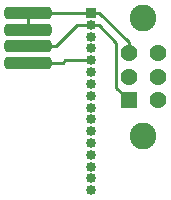
<source format=gbr>
%TF.GenerationSoftware,KiCad,Pcbnew,7.0.5-0*%
%TF.CreationDate,2023-06-18T22:27:14-04:00*%
%TF.ProjectId,esp_connectors,6573705f-636f-46e6-9e65-63746f72732e,rev?*%
%TF.SameCoordinates,Original*%
%TF.FileFunction,Copper,L1,Top*%
%TF.FilePolarity,Positive*%
%FSLAX46Y46*%
G04 Gerber Fmt 4.6, Leading zero omitted, Abs format (unit mm)*
G04 Created by KiCad (PCBNEW 7.0.5-0) date 2023-06-18 22:27:14*
%MOMM*%
%LPD*%
G01*
G04 APERTURE LIST*
G04 Aperture macros list*
%AMRoundRect*
0 Rectangle with rounded corners*
0 $1 Rounding radius*
0 $2 $3 $4 $5 $6 $7 $8 $9 X,Y pos of 4 corners*
0 Add a 4 corners polygon primitive as box body*
4,1,4,$2,$3,$4,$5,$6,$7,$8,$9,$2,$3,0*
0 Add four circle primitives for the rounded corners*
1,1,$1+$1,$2,$3*
1,1,$1+$1,$4,$5*
1,1,$1+$1,$6,$7*
1,1,$1+$1,$8,$9*
0 Add four rect primitives between the rounded corners*
20,1,$1+$1,$2,$3,$4,$5,0*
20,1,$1+$1,$4,$5,$6,$7,0*
20,1,$1+$1,$6,$7,$8,$9,0*
20,1,$1+$1,$8,$9,$2,$3,0*%
G04 Aperture macros list end*
%TA.AperFunction,ComponentPad*%
%ADD10R,0.850000X0.850000*%
%TD*%
%TA.AperFunction,ComponentPad*%
%ADD11O,0.850000X0.850000*%
%TD*%
%TA.AperFunction,SMDPad,CuDef*%
%ADD12RoundRect,0.250000X-1.750000X0.250000X-1.750000X-0.250000X1.750000X-0.250000X1.750000X0.250000X0*%
%TD*%
%TA.AperFunction,ComponentPad*%
%ADD13R,1.438000X1.438000*%
%TD*%
%TA.AperFunction,ComponentPad*%
%ADD14C,1.438000*%
%TD*%
%TA.AperFunction,ComponentPad*%
%ADD15C,2.265000*%
%TD*%
%TA.AperFunction,Conductor*%
%ADD16C,0.250000*%
%TD*%
G04 APERTURE END LIST*
D10*
%TO.P,J1,1,Pin_1*%
%TO.N,/vcc*%
X160000000Y-81200000D03*
D11*
%TO.P,J1,2,Pin_2*%
%TO.N,/gnd*%
X160000000Y-82200000D03*
%TO.P,J1,3,Pin_3*%
%TO.N,/D15*%
X160000000Y-83200000D03*
%TO.P,J1,4,Pin_4*%
%TO.N,unconnected-(J1-Pin_4-Pad4)*%
X160000000Y-84200000D03*
%TO.P,J1,5,Pin_5*%
%TO.N,/D4*%
X160000000Y-85200000D03*
%TO.P,J1,6,Pin_6*%
%TO.N,unconnected-(J1-Pin_6-Pad6)*%
X160000000Y-86200000D03*
%TO.P,J1,7,Pin_7*%
%TO.N,unconnected-(J1-Pin_7-Pad7)*%
X160000000Y-87200000D03*
%TO.P,J1,8,Pin_8*%
%TO.N,unconnected-(J1-Pin_8-Pad8)*%
X160000000Y-88200000D03*
%TO.P,J1,9,Pin_9*%
%TO.N,unconnected-(J1-Pin_9-Pad9)*%
X160000000Y-89200000D03*
%TO.P,J1,10,Pin_10*%
%TO.N,unconnected-(J1-Pin_10-Pad10)*%
X160000000Y-90200000D03*
%TO.P,J1,11,Pin_11*%
%TO.N,unconnected-(J1-Pin_11-Pad11)*%
X160000000Y-91200000D03*
%TO.P,J1,12,Pin_12*%
%TO.N,unconnected-(J1-Pin_12-Pad12)*%
X160000000Y-92200000D03*
%TO.P,J1,13,Pin_13*%
%TO.N,unconnected-(J1-Pin_13-Pad13)*%
X160000000Y-93200000D03*
%TO.P,J1,14,Pin_14*%
%TO.N,unconnected-(J1-Pin_14-Pad14)*%
X160000000Y-94200000D03*
%TO.P,J1,15,Pin_15*%
%TO.N,unconnected-(J1-Pin_15-Pad15)*%
X160000000Y-95200000D03*
%TO.P,J1,16,Pin_16*%
%TO.N,unconnected-(J1-Pin_16-Pad16)*%
X160000000Y-96200000D03*
%TD*%
D12*
%TO.P,Vc,1,A*%
%TO.N,/vcc*%
X154600000Y-82600000D03*
%TD*%
%TO.P,Gn,1,A*%
%TO.N,/gnd*%
X154600000Y-84000000D03*
%TD*%
%TO.P,D4,1,A*%
%TO.N,/D4*%
X154600000Y-85400000D03*
%TD*%
%TO.P,Vc,1,A*%
%TO.N,/vcc*%
X154600000Y-81200000D03*
%TD*%
D13*
%TO.P,S1,1*%
%TO.N,/gnd*%
X163150000Y-88600000D03*
D14*
%TO.P,S1,2*%
%TO.N,/D4*%
X163150000Y-86600000D03*
%TO.P,S1,3*%
%TO.N,/vcc*%
X163150000Y-84600000D03*
%TO.P,S1,4*%
%TO.N,unconnected-(S1-Pad4)*%
X165650000Y-88600000D03*
%TO.P,S1,5*%
%TO.N,unconnected-(S1-Pad5)*%
X165650000Y-86600000D03*
%TO.P,S1,6*%
%TO.N,unconnected-(S1-Pad6)*%
X165650000Y-84600000D03*
D15*
%TO.P,S1,S1*%
%TO.N,N/C*%
X164400000Y-91600000D03*
%TO.P,S1,S2*%
X164400000Y-81600000D03*
%TD*%
D16*
%TO.N,/vcc*%
X160675000Y-81200000D02*
X163150000Y-83675000D01*
X160000000Y-81200000D02*
X154600000Y-81200000D01*
X163150000Y-83675000D02*
X163150000Y-84600000D01*
X160000000Y-81200000D02*
X160675000Y-81200000D01*
X154600000Y-81200000D02*
X154600000Y-82600000D01*
%TO.N,/D4*%
X157600000Y-85400000D02*
X154600000Y-85400000D01*
X160000000Y-85200000D02*
X157800000Y-85200000D01*
X157800000Y-85200000D02*
X157600000Y-85400000D01*
%TO.N,/gnd*%
X158800000Y-82200000D02*
X157000000Y-84000000D01*
X160000000Y-82200000D02*
X160601040Y-82200000D01*
X160601040Y-82200000D02*
X162106000Y-83704960D01*
X162106000Y-87556000D02*
X163150000Y-88600000D01*
X160000000Y-82200000D02*
X158800000Y-82200000D01*
X162106000Y-83704960D02*
X162106000Y-87556000D01*
X157000000Y-84000000D02*
X154600000Y-84000000D01*
%TD*%
M02*

</source>
